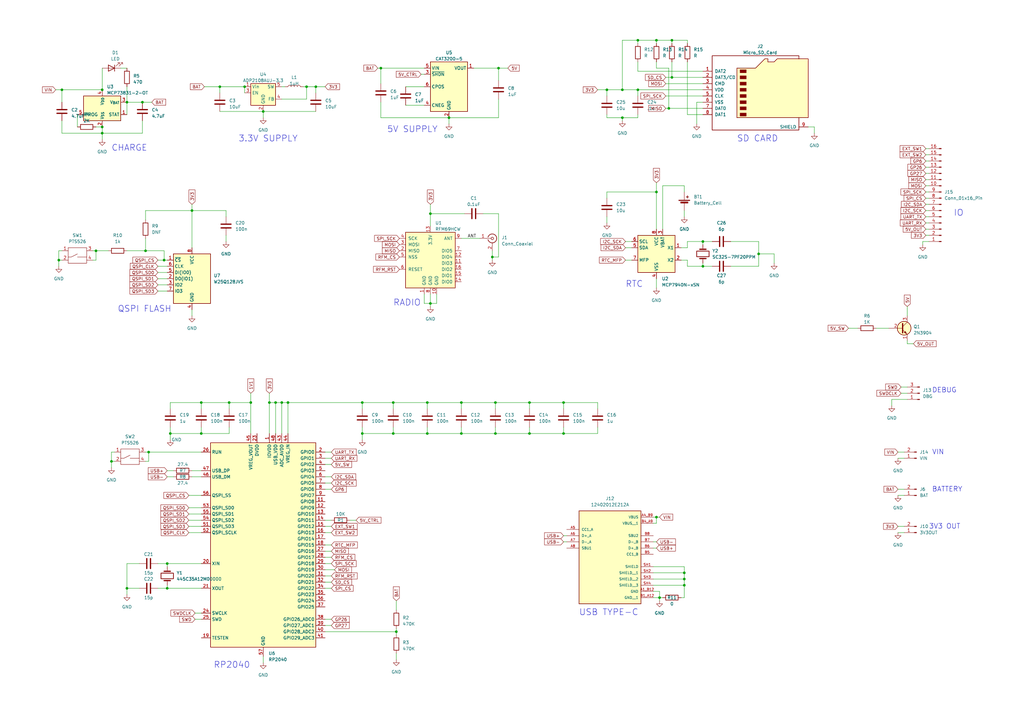
<source format=kicad_sch>
(kicad_sch (version 20231120) (generator "eeschema") (generator_version "8.0")
  (paper "A3")
  (junction (at 113.03 165.1))
  (junction (at 176.53 124.46))
  (junction (at 255.27 48.26))
  (junction (at 69.85 177.8))
  (junction (at 189.23 165.1))
  (junction (at 189.23 177.8))
  (junction (at 270.51 245.11))
  (junction (at 68.58 241.3))
  (junction (at 68.58 231.14))
  (junction (at 39.37 102.87))
  (junction (at 52.07 241.3))
  (junction (at 41.91 36.83))
  (junction (at 125.73 35.56))
  (junction (at 175.26 177.8))
  (junction (at 261.62 36.83))
  (junction (at 217.17 177.8))
  (junction (at 176.53 87.63))
  (junction (at 60.96 185.42))
  (junction (at 269.24 78.74))
  (junction (at 45.72 189.23))
  (junction (at 24.13 106.68))
  (junction (at 280.67 234.95))
  (junction (at 280.67 237.49))
  (junction (at 115.57 165.1))
  (junction (at 110.49 165.1))
  (junction (at 118.11 165.1))
  (junction (at 275.59 31.75))
  (junction (at 93.98 165.1))
  (junction (at 129.54 35.56))
  (junction (at 201.93 105.41))
  (junction (at 275.59 16.51))
  (junction (at 175.26 165.1))
  (junction (at 107.95 45.72))
  (junction (at 261.62 16.51))
  (junction (at 148.59 177.8))
  (junction (at 100.33 35.56))
  (junction (at 58.42 41.91))
  (junction (at 148.59 165.1))
  (junction (at 248.92 36.83))
  (junction (at 102.87 165.1))
  (junction (at 161.29 165.1))
  (junction (at 82.55 177.8))
  (junction (at 161.29 177.8))
  (junction (at 156.21 27.94))
  (junction (at 162.56 259.08))
  (junction (at 203.2 165.1))
  (junction (at 90.17 35.56))
  (junction (at 41.91 54.61))
  (junction (at 204.47 27.94))
  (junction (at 288.29 109.22))
  (junction (at 231.14 165.1))
  (junction (at 217.17 165.1))
  (junction (at 78.74 86.36))
  (junction (at 269.24 16.51))
  (junction (at 231.14 177.8))
  (junction (at 311.15 104.14))
  (junction (at 59.69 102.87))
  (junction (at 274.32 44.45))
  (junction (at 25.4 36.83))
  (junction (at 82.55 165.1))
  (junction (at 67.31 106.68))
  (junction (at 52.07 41.91))
  (junction (at 203.2 177.8))
  (junction (at 255.27 36.83))
  (junction (at 288.29 99.06))
  (junction (at 184.15 48.26))
  (junction (at 269.24 212.09))
  (junction (at 280.67 240.03))
  (junction (at 41.91 52.07))
  (wire (pts (xy 156.21 27.94) (xy 173.99 27.94)))
  (wire (pts (xy 93.98 177.8) (xy 82.55 177.8)))
  (wire (pts (xy 176.53 124.46) (xy 176.53 125.73)))
  (wire (pts (xy 267.97 240.03) (xy 280.67 240.03)))
  (wire (pts (xy 270.51 242.57) (xy 270.51 245.11)))
  (wire (pts (xy 248.92 78.74) (xy 269.24 78.74)))
  (wire (pts (xy 162.56 257.81) (xy 162.56 259.08)))
  (wire (pts (xy 334.01 52.07) (xy 331.47 52.07)))
  (wire (pts (xy 269.24 114.3) (xy 269.24 118.11)))
  (wire (pts (xy 201.93 105.41) (xy 201.93 106.68)))
  (wire (pts (xy 261.62 25.4) (xy 261.62 29.21)))
  (wire (pts (xy 173.99 124.46) (xy 176.53 124.46)))
  (wire (pts (xy 60.96 189.23) (xy 60.96 185.42)))
  (wire (pts (xy 52.07 41.91) (xy 58.42 41.91)))
  (wire (pts (xy 148.59 165.1) (xy 148.59 167.64)))
  (wire (pts (xy 90.17 38.1) (xy 90.17 35.56)))
  (wire (pts (xy 78.74 127) (xy 78.74 129.54)))
  (wire (pts (xy 90.17 45.72) (xy 107.95 45.72)))
  (wire (pts (xy 189.23 165.1) (xy 203.2 165.1)))
  (wire (pts (xy 273.05 39.37) (xy 288.29 39.37)))
  (wire (pts (xy 102.87 165.1) (xy 93.98 165.1)))
  (wire (pts (xy 78.74 86.36) (xy 78.74 101.6)))
  (wire (pts (xy 133.35 231.14) (xy 135.89 231.14)))
  (wire (pts (xy 267.97 232.41) (xy 280.67 232.41)))
  (wire (pts (xy 59.69 189.23) (xy 60.96 189.23)))
  (wire (pts (xy 58.42 41.91) (xy 62.23 41.91)))
  (wire (pts (xy 68.58 241.3) (xy 64.77 241.3)))
  (wire (pts (xy 125.73 35.56) (xy 129.54 35.56)))
  (wire (pts (xy 288.29 109.22) (xy 288.29 107.95)))
  (wire (pts (xy 179.07 124.46) (xy 176.53 124.46)))
  (wire (pts (xy 269.24 25.4) (xy 269.24 27.94)))
  (wire (pts (xy 69.85 177.8) (xy 69.85 175.26)))
  (wire (pts (xy 275.59 25.4) (xy 275.59 31.75)))
  (wire (pts (xy 49.53 27.94) (xy 52.07 27.94)))
  (wire (pts (xy 231.14 219.71) (xy 232.41 219.71)))
  (wire (pts (xy 92.71 96.52) (xy 92.71 99.06)))
  (wire (pts (xy 255.27 36.83) (xy 261.62 36.83)))
  (wire (pts (xy 25.4 36.83) (xy 41.91 36.83)))
  (wire (pts (xy 204.47 105.41) (xy 201.93 105.41)))
  (wire (pts (xy 172.72 30.48) (xy 173.99 30.48)))
  (wire (pts (xy 379.73 63.5) (xy 381 63.5)))
  (wire (pts (xy 93.98 175.26) (xy 93.98 177.8)))
  (wire (pts (xy 82.55 165.1) (xy 82.55 167.64)))
  (wire (pts (xy 133.35 190.5) (xy 135.89 190.5)))
  (wire (pts (xy 176.53 87.63) (xy 190.5 87.63)))
  (wire (pts (xy 378.46 100.33) (xy 378.46 99.06)))
  (wire (pts (xy 133.35 228.6) (xy 135.89 228.6)))
  (wire (pts (xy 288.29 99.06) (xy 292.1 99.06)))
  (wire (pts (xy 93.98 165.1) (xy 93.98 167.64)))
  (wire (pts (xy 372.11 161.29) (xy 369.57 161.29)))
  (wire (pts (xy 92.71 88.9) (xy 92.71 86.36)))
  (wire (pts (xy 148.59 165.1) (xy 161.29 165.1)))
  (wire (pts (xy 78.74 195.58) (xy 82.55 195.58)))
  (wire (pts (xy 334.01 54.61) (xy 334.01 52.07)))
  (wire (pts (xy 78.74 86.36) (xy 78.74 83.82)))
  (wire (pts (xy 133.35 241.3) (xy 135.89 241.3)))
  (wire (pts (xy 133.35 226.06) (xy 135.89 226.06)))
  (wire (pts (xy 25.4 41.91) (xy 25.4 36.83)))
  (wire (pts (xy 368.3 185.42) (xy 370.84 185.42)))
  (wire (pts (xy 231.14 175.26) (xy 231.14 177.8)))
  (wire (pts (xy 115.57 40.64) (xy 125.73 40.64)))
  (wire (pts (xy 110.49 161.29) (xy 110.49 165.1)))
  (wire (pts (xy 162.56 259.08) (xy 162.56 260.35)))
  (wire (pts (xy 176.53 92.71) (xy 176.53 87.63)))
  (wire (pts (xy 133.35 233.68) (xy 137.16 233.68)))
  (wire (pts (xy 161.29 175.26) (xy 161.29 177.8)))
  (wire (pts (xy 77.47 213.36) (xy 82.55 213.36)))
  (wire (pts (xy 156.21 41.91) (xy 156.21 48.26)))
  (wire (pts (xy 83.82 35.56) (xy 90.17 35.56)))
  (wire (pts (xy 231.14 165.1) (xy 245.11 165.1)))
  (wire (pts (xy 24.13 106.68) (xy 24.13 109.22)))
  (wire (pts (xy 69.85 165.1) (xy 69.85 167.64)))
  (wire (pts (xy 281.94 109.22) (xy 288.29 109.22)))
  (wire (pts (xy 280.67 237.49) (xy 280.67 234.95)))
  (wire (pts (xy 317.5 104.14) (xy 311.15 104.14)))
  (wire (pts (xy 217.17 175.26) (xy 217.17 177.8)))
  (wire (pts (xy 80.01 254) (xy 82.55 254)))
  (wire (pts (xy 64.77 111.76) (xy 68.58 111.76)))
  (wire (pts (xy 198.12 87.63) (xy 204.47 87.63)))
  (wire (pts (xy 107.95 269.24) (xy 107.95 271.78)))
  (wire (pts (xy 189.23 175.26) (xy 189.23 177.8)))
  (wire (pts (xy 184.15 48.26) (xy 204.47 48.26)))
  (wire (pts (xy 379.73 68.58) (xy 381 68.58)))
  (wire (pts (xy 248.92 36.83) (xy 255.27 36.83)))
  (wire (pts (xy 80.01 251.46) (xy 82.55 251.46)))
  (wire (pts (xy 248.92 81.28) (xy 248.92 78.74)))
  (wire (pts (xy 77.47 215.9) (xy 82.55 215.9)))
  (wire (pts (xy 68.58 240.03) (xy 68.58 241.3)))
  (wire (pts (xy 69.85 177.8) (xy 69.85 180.34)))
  (wire (pts (xy 175.26 165.1) (xy 189.23 165.1)))
  (wire (pts (xy 231.14 177.8) (xy 245.11 177.8)))
  (wire (pts (xy 68.58 195.58) (xy 71.12 195.58)))
  (wire (pts (xy 231.14 222.25) (xy 232.41 222.25)))
  (wire (pts (xy 115.57 165.1) (xy 115.57 177.8)))
  (wire (pts (xy 204.47 27.94) (xy 208.28 27.94)))
  (wire (pts (xy 102.87 161.29) (xy 102.87 165.1)))
  (wire (pts (xy 133.35 185.42) (xy 135.89 185.42)))
  (wire (pts (xy 203.2 165.1) (xy 203.2 167.64)))
  (wire (pts (xy 133.35 213.36) (xy 135.89 213.36)))
  (wire (pts (xy 189.23 165.1) (xy 189.23 167.64)))
  (wire (pts (xy 52.07 41.91) (xy 52.07 46.99)))
  (wire (pts (xy 107.95 45.72) (xy 129.54 45.72)))
  (wire (pts (xy 68.58 231.14) (xy 64.77 231.14)))
  (wire (pts (xy 368.3 187.96) (xy 370.84 187.96)))
  (wire (pts (xy 368.3 200.66) (xy 370.84 200.66)))
  (wire (pts (xy 45.72 189.23) (xy 45.72 191.77)))
  (wire (pts (xy 267.97 212.09) (xy 269.24 212.09)))
  (wire (pts (xy 41.91 54.61) (xy 41.91 57.15)))
  (wire (pts (xy 194.31 27.94) (xy 204.47 27.94)))
  (wire (pts (xy 125.73 40.64) (xy 125.73 35.56)))
  (wire (pts (xy 133.35 223.52) (xy 135.89 223.52)))
  (wire (pts (xy 59.69 185.42) (xy 60.96 185.42)))
  (wire (pts (xy 102.87 177.8) (xy 102.87 165.1)))
  (wire (pts (xy 273.05 34.29) (xy 288.29 34.29)))
  (wire (pts (xy 100.33 35.56) (xy 100.33 38.1)))
  (wire (pts (xy 274.32 44.45) (xy 288.29 44.45)))
  (wire (pts (xy 281.94 16.51) (xy 275.59 16.51)))
  (wire (pts (xy 148.59 177.8) (xy 161.29 177.8)))
  (wire (pts (xy 41.91 54.61) (xy 41.91 52.07)))
  (wire (pts (xy 285.75 41.91) (xy 285.75 50.8)))
  (wire (pts (xy 148.59 175.26) (xy 148.59 177.8)))
  (wire (pts (xy 110.49 165.1) (xy 113.03 165.1)))
  (wire (pts (xy 372.11 125.73) (xy 372.11 129.54)))
  (wire (pts (xy 203.2 177.8) (xy 217.17 177.8)))
  (wire (pts (xy 256.54 106.68) (xy 259.08 106.68)))
  (wire (pts (xy 45.72 189.23) (xy 46.99 189.23)))
  (wire (pts (xy 82.55 165.1) (xy 69.85 165.1)))
  (wire (pts (xy 270.51 246.38) (xy 270.51 245.11)))
  (wire (pts (xy 93.98 165.1) (xy 82.55 165.1)))
  (wire (pts (xy 273.05 31.75) (xy 275.59 31.75)))
  (wire (pts (xy 129.54 35.56) (xy 133.35 35.56)))
  (wire (pts (xy 133.35 215.9) (xy 135.89 215.9)))
  (wire (pts (xy 60.96 185.42) (xy 82.55 185.42)))
  (wire (pts (xy 203.2 175.26) (xy 203.2 177.8)))
  (wire (pts (xy 78.74 193.04) (xy 82.55 193.04)))
  (wire (pts (xy 82.55 175.26) (xy 82.55 177.8)))
  (wire (pts (xy 245.11 165.1) (xy 245.11 167.64)))
  (wire (pts (xy 189.23 177.8) (xy 203.2 177.8)))
  (wire (pts (xy 248.92 36.83) (xy 248.92 39.37)))
  (wire (pts (xy 280.67 76.2) (xy 271.78 76.2)))
  (wire (pts (xy 347.98 134.62) (xy 351.79 134.62)))
  (wire (pts (xy 175.26 175.26) (xy 175.26 177.8)))
  (wire (pts (xy 156.21 48.26) (xy 184.15 48.26)))
  (wire (pts (xy 365.76 166.37) (xy 365.76 163.83)))
  (wire (pts (xy 368.3 215.9) (xy 370.84 215.9)))
  (wire (pts (xy 162.56 267.97) (xy 162.56 270.51)))
  (wire (pts (xy 68.58 241.3) (xy 82.55 241.3)))
  (wire (pts (xy 38.1 106.68) (xy 39.37 106.68)))
  (wire (pts (xy 261.62 36.83) (xy 261.62 39.37)))
  (wire (pts (xy 39.37 102.87) (xy 44.45 102.87)))
  (wire (pts (xy 173.99 120.65) (xy 173.99 124.46)))
  (wire (pts (xy 269.24 16.51) (xy 261.62 16.51)))
  (wire (pts (xy 166.37 43.18) (xy 173.99 43.18)))
  (wire (pts (xy 58.42 54.61) (xy 41.91 54.61)))
  (wire (pts (xy 38.1 102.87) (xy 39.37 102.87)))
  (wire (pts (xy 248.92 88.9) (xy 248.92 91.44)))
  (wire (pts (xy 24.13 102.87) (xy 25.4 102.87)))
  (wire (pts (xy 77.47 218.44) (xy 82.55 218.44)))
  (wire (pts (xy 59.69 102.87) (xy 52.07 102.87)))
  (wire (pts (xy 45.72 185.42) (xy 46.99 185.42)))
  (wire (pts (xy 133.35 187.96) (xy 135.89 187.96)))
  (wire (pts (xy 77.47 203.2) (xy 82.55 203.2)))
  (wire (pts (xy 24.13 106.68) (xy 25.4 106.68)))
  (wire (pts (xy 175.26 165.1) (xy 175.26 167.64)))
  (wire (pts (xy 133.35 259.08) (xy 162.56 259.08)))
  (wire (pts (xy 133.35 254) (xy 135.89 254)))
  (wire (pts (xy 162.56 246.38) (xy 162.56 250.19)))
  (wire (pts (xy 255.27 48.26) (xy 261.62 48.26)))
  (wire (pts (xy 379.73 73.66) (xy 381 73.66)))
  (wire (pts (xy 68.58 232.41) (xy 68.58 231.14)))
  (wire (pts (xy 275.59 31.75) (xy 288.29 31.75)))
  (wire (pts (xy 378.46 99.06) (xy 381 99.06)))
  (wire (pts (xy 271.78 76.2) (xy 271.78 93.98)))
  (wire (pts (xy 161.29 177.8) (xy 175.26 177.8)))
  (wire (pts (xy 267.97 222.25) (xy 269.24 222.25)))
  (wire (pts (xy 281.94 99.06) (xy 288.29 99.06)))
  (wire (pts (xy 275.59 16.51) (xy 275.59 17.78)))
  (wire (pts (xy 92.71 86.36) (xy 78.74 86.36)))
  (wire (pts (xy 133.35 236.22) (xy 135.89 236.22)))
  (wire (pts (xy 231.14 165.1) (xy 231.14 167.64)))
  (wire (pts (xy 280.67 245.11) (xy 280.67 240.03)))
  (wire (pts (xy 379.73 96.52) (xy 381 96.52)))
  (wire (pts (xy 269.24 214.63) (xy 269.24 212.09)))
  (wire (pts (xy 245.11 36.83) (xy 248.92 36.83)))
  (wire (pts (xy 317.5 107.95) (xy 317.5 104.14)))
  (wire (pts (xy 280.67 78.74) (xy 280.67 76.2)))
  (wire (pts (xy 64.77 106.68) (xy 67.31 106.68)))
  (wire (pts (xy 261.62 16.51) (xy 261.62 17.78)))
  (wire (pts (xy 256.54 101.6) (xy 259.08 101.6)))
  (wire (pts (xy 124.46 35.56) (xy 125.73 35.56)))
  (wire (pts (xy 379.73 88.9) (xy 381 88.9)))
  (wire (pts (xy 39.37 106.68) (xy 39.37 102.87)))
  (wire (pts (xy 248.92 48.26) (xy 255.27 48.26)))
  (wire (pts (xy 270.51 245.11) (xy 271.78 245.11)))
  (wire (pts (xy 133.35 256.54) (xy 135.89 256.54)))
  (wire (pts (xy 267.97 214.63) (xy 269.24 214.63)))
  (wire (pts (xy 133.35 195.58) (xy 135.89 195.58)))
  (wire (pts (xy 270.51 245.11) (xy 267.97 245.11)))
  (wire (pts (xy 161.29 165.1) (xy 161.29 167.64)))
  (wire (pts (xy 273.05 44.45) (xy 274.32 44.45)))
  (wire (pts (xy 58.42 49.53) (xy 58.42 54.61)))
  (wire (pts (xy 31.75 46.99) (xy 31.75 52.07)))
  (wire (pts (xy 379.73 86.36) (xy 381 86.36)))
  (wire (pts (xy 82.55 177.8) (xy 69.85 177.8)))
  (wire (pts (xy 201.93 102.87) (xy 201.93 105.41)))
  (wire (pts (xy 115.57 35.56) (xy 116.84 35.56)))
  (wire (pts (xy 133.35 238.76) (xy 135.89 238.76)))
  (wire (pts (xy 281.94 101.6) (xy 281.94 99.06)))
  (wire (pts (xy 133.35 198.12) (xy 135.89 198.12)))
  (wire (pts (xy 379.73 66.04) (xy 381 66.04)))
  (wire (pts (xy 269.24 16.51) (xy 269.24 17.78)))
  (wire (pts (xy 255.27 16.51) (xy 255.27 36.83)))
  (wire (pts (xy 156.21 34.29) (xy 156.21 27.94)))
  (wire (pts (xy 154.94 27.94) (xy 156.21 27.94)))
  (wire (pts (xy 148.59 177.8) (xy 148.59 180.34)))
  (wire (pts (xy 204.47 27.94) (xy 204.47 33.02)))
  (wire (pts (xy 255.27 49.53) (xy 255.27 48.26)))
  (wire (pts (xy 379.73 71.12) (xy 381 71.12)))
  (wire (pts (xy 24.13 102.87) (xy 24.13 106.68)))
  (wire (pts (xy 64.77 116.84) (xy 68.58 116.84)))
  (wire (pts (xy 22.86 36.83) (xy 25.4 36.83)))
  (wire (pts (xy 261.62 36.83) (xy 288.29 36.83)))
  (wire (pts (xy 90.17 35.56) (xy 100.33 35.56)))
  (wire (pts (xy 269.24 212.09) (xy 270.51 212.09)))
  (wire (pts (xy 176.53 120.65) (xy 176.53 124.46)))
  (wire (pts (xy 203.2 165.1) (xy 217.17 165.1)))
  (wire (pts (xy 288.29 41.91) (xy 285.75 41.91)))
  (wire (pts (xy 64.77 109.22) (xy 68.58 109.22)))
  (wire (pts (xy 59.69 86.36) (xy 78.74 86.36)))
  (wire (pts (xy 279.4 106.68) (xy 281.94 106.68)))
  (wire (pts (xy 133.35 200.66) (xy 135.89 200.66)))
  (wire (pts (xy 274.32 27.94) (xy 274.32 44.45)))
  (wire (pts (xy 267.97 234.95) (xy 280.67 234.95)))
  (wire (pts (xy 204.47 87.63) (xy 204.47 105.41)))
  (wire (pts (xy 267.97 237.49) (xy 280.67 237.49)))
  (wire (pts (xy 161.29 165.1) (xy 175.26 165.1)))
  (wire (pts (xy 67.31 106.68) (xy 68.58 106.68)))
  (wire (pts (xy 179.07 120.65) (xy 179.07 124.46)))
  (wire (pts (xy 281.94 106.68) (xy 281.94 109.22)))
  (wire (pts (xy 45.72 185.42) (xy 45.72 189.23)))
  (wire (pts (xy 379.73 83.82) (xy 381 83.82)))
  (wire (pts (xy 267.97 242.57) (xy 270.51 242.57)))
  (wire (pts (xy 184.15 48.26) (xy 184.15 50.8)))
  (wire (pts (xy 118.11 165.1) (xy 148.59 165.1)))
  (wire (pts (xy 41.91 27.94) (xy 41.91 36.83)))
  (wire (pts (xy 110.49 177.8) (xy 110.49 165.1)))
  (wire (pts (xy 261.62 16.51) (xy 255.27 16.51)))
  (wire (pts (xy 372.11 158.75) (xy 369.57 158.75)))
  (wire (pts (xy 64.77 114.3) (xy 68.58 114.3)))
  (wire (pts (xy 52.07 241.3) (xy 52.07 243.84)))
  (wire (pts (xy 267.97 224.79) (xy 269.24 224.79)))
  (wire (pts (xy 118.11 165.1) (xy 118.11 177.8)))
  (wire (pts (xy 25.4 49.53) (xy 25.4 54.61)))
  (wire (pts (xy 52.07 231.14) (xy 52.07 241.3)))
  (wire (pts (xy 176.53 83.82) (xy 176.53 87.63)))
  (wire (pts (xy 52.07 241.3) (xy 57.15 241.3)))
  (wire (pts (xy 281.94 46.99) (xy 288.29 46.99)))
  (wire (pts (xy 59.69 90.17) (xy 59.69 86.36)))
  (wire (pts (xy 133.35 218.44) (xy 135.89 218.44)))
  (wire (pts (xy 59.69 102.87) (xy 67.31 102.87)))
  (wire (pts (xy 256.54 99.06) (xy 259.08 99.06)))
  (wire (pts (xy 217.17 177.8) (xy 231.14 177.8)))
  (wire (pts (xy 299.72 99.06) (xy 311.15 99.06)))
  (wire (pts (xy 281.94 17.78) (xy 281.94 16.51)))
  (wire (pts (xy 261.62 48.26) (xy 261.62 46.99)))
  (wire (pts (xy 280.67 245.11) (xy 279.4 245.11)))
  (wire (pts (xy 372.11 140.97) (xy 372.11 139.7)))
  (wire (pts (xy 248.92 46.99) (xy 248.92 48.26)))
  (wire (pts (xy 52.07 35.56) (xy 52.07 41.91)))
  (wire (pts (xy 280.67 240.03) (xy 280.67 237.49)))
  (wire (pts (xy 311.15 104.14) (xy 311.15 109.22)))
  (wire (pts (xy 217.17 165.1) (xy 217.17 167.64)))
  (wire (pts (xy 107.95 45.72) (xy 107.95 48.26)))
  (wire (pts (xy 113.03 165.1) (xy 113.03 177.8)))
  (wire (pts (xy 288.29 99.06) (xy 288.29 100.33)))
  (wire (pts (xy 368.3 218.44) (xy 370.84 218.44)))
  (wire (pts (xy 143.51 213.36) (xy 146.05 213.36)))
  (wire (pts (xy 217.17 165.1) (xy 231.14 165.1)))
  (wire (pts (xy 204.47 40.64) (xy 204.47 48.26)))
  (wire (pts (xy 189.23 97.79) (xy 196.85 97.79)))
  (wire (pts (xy 379.73 93.98) (xy 381 93.98)))
  (wire (pts (xy 368.3 203.2) (xy 370.84 203.2)))
  (wire (pts (xy 68.58 231.14) (xy 82.55 231.14)))
  (wire (pts (xy 269.24 74.93) (xy 269.24 78.74)))
  (wire (pts (xy 129.54 38.1) (xy 129.54 35.56)))
  (wire (pts (xy 288.29 109.22) (xy 292.1 109.22)))
  (wire (pts (xy 39.37 52.07) (xy 41.91 52.07)))
  (wire (pts (xy 379.73 91.44) (xy 381 91.44)))
  (wire (pts (xy 281.94 25.4) (xy 281.94 46.99)))
  (wire (pts (xy 280.67 234.95) (xy 280.67 232.41)))
  (wire (pts (xy 59.69 97.79) (xy 59.69 102.87)))
  (wire (pts (xy 25.4 54.61) (xy 41.91 54.61)))
  (wire (pts (xy 175.26 177.8) (xy 189.23 177.8)))
  (wire (pts (xy 77.47 208.28) (xy 82.55 208.28)))
  (wire (pts (xy 379.73 81.28) (xy 381 81.28)))
  (wire (pts (xy 269.24 78.74) (xy 269.24 93.98)))
  (wire (pts (xy 68.58 193.04) (xy 71.12 193.04)))
  (wire (pts (xy 115.57 165.1) (xy 118.11 165.1)))
  (wire (pts (xy 166.37 35.56) (xy 173.99 35.56)))
  (wire (pts (xy 379.73 60.96) (xy 381 60.96)))
  (wire (pts (xy 311.15 99.06) (xy 311.15 104.14)))
  (wire (pts (xy 379.73 76.2) (xy 381 76.2)))
  (wire (pts (xy 275.59 16.51) (xy 269.24 16.51)))
  (wire (pts (xy 64.77 119.38) (xy 68.58 119.38)))
  (wire (pts (xy 311.15 109.22) (xy 299.72 109.22)))
  (wire (pts (xy 113.03 165.1) (xy 115.57 165.1)))
  (wire (pts (xy 57.15 231.14) (xy 52.07 231.14)))
  (wire (pts (xy 365.76 163.83) (xy 372.11 163.83)))
  (wire (pts (xy 280.67 86.36) (xy 280.67 88.9)))
  (wire (pts (xy 279.4 101.6) (xy 281.94 101.6)))
  (wire (pts (xy 77.47 210.82) (xy 82.55 210.82)))
  (wire (pts (xy 245.11 177.8) (xy 245.11 175.26)))
  (wire (pts (xy 261.62 29.21) (xy 288.29 29.21)))
  (wire (pts (xy 379.73 78.74) (xy 381 78.74)))
  (wire (pts (xy 374.65 140.97) (xy 372.11 140.97)))
  (wire (pts (xy 359.41 134.62) (xy 364.49 134.62)))
  (wire (pts (xy 67.31 102.87) (xy 67.31 106.68)))
  (wire (pts (xy 269.24 27.94) (xy 274.32 27.94)))
  (text "RTC" (at 256.54 118.11 0) (effects (font (size 2.54 2.54)) (justify left bottom)))
  (text "DEBUG" (at 382.27 161.29 0) (effects (font (size 2 2)) (justify left bottom)))
  (text "3V3 OUT" (at 381 217.17 0) (effects (font (size 2 2)) (justify left bottom)))
  (text "USB TYPE-C" (at 237.49 252.73 0) (effects (font (size 2.54 2.54)) (justify left bottom)))
  (text "IO" (at 391.16 88.9 0) (effects (font (size 2.54 2.54)) (justify left bottom)))
  (text "3.3V SUPPLY" (at 97.79 58.42 0) (effects (font (size 2.5 2.5)) (justify left bottom)))
  (text "SD CARD" (at 302.26 58.42 0) (effects (font (size 2.54 2.54)) (justify left bottom)))
  (text "RADIO" (at 161.29 125.73 0) (effects (font (size 2.54 2.54)) (justify left bottom)))
  (text "RP2040" (at 87.63 274.32 0) (effects (font (size 2.54 2.54)) (justify left bottom)))
  (text "CHARGE" (at 45.72 62.23 0) (effects (font (size 2.5 2.5)) (justify left bottom)))
  (text "BATTERY" (at 382.27 201.93 0) (effects (font (size 2 2)) (justify left bottom)))
  (text "QSPI FLASH" (at 48.26 128.27 0) (effects (font (size 2.5 2.5)) (justify left bottom)))
  (text "VIN" (at 382.27 186.69 0) (effects (font (size 2 2)) (justify left bottom)))
  (text "5V SUPPLY" (at 158.75 54.61 0) (effects (font (size 2.5 2.5)) (justify left bottom)))
  (label "ANT" (at 191.77 97.79 0))
  (global_label "SPI_CS" (shape input) (at 135.89 241.3 0) (property "Intersheetrefs" "${INTERSHEET_REFS}" (effects (hide yes))))
  (global_label "USB-" (shape input) (at 231.14 222.25 180) (property "Intersheetrefs" "${INTERSHEET_REFS}" (effects (hide yes))))
  (global_label "I2C_SDA" (shape input) (at 256.54 101.6 180) (property "Intersheetrefs" "${INTERSHEET_REFS}" (effects (hide yes))))
  (global_label "MISO" (shape input) (at 379.73 73.66 180) (property "Intersheetrefs" "${INTERSHEET_REFS}" (effects (hide yes))))
  (global_label "I2C_SCK" (shape input) (at 379.73 86.36 180) (property "Intersheetrefs" "${INTERSHEET_REFS}" (effects (hide yes))))
  (global_label "QSPI_SD3" (shape input) (at 64.77 119.38 180) (property "Intersheetrefs" "${INTERSHEET_REFS}" (effects (hide yes))))
  (global_label "GP27" (shape input) (at 379.73 71.12 180) (property "Intersheetrefs" "${INTERSHEET_REFS}" (effects (hide yes))))
  (global_label "I2C_SCK" (shape input) (at 256.54 99.06 180) (property "Intersheetrefs" "${INTERSHEET_REFS}" (effects (hide yes))))
  (global_label "RFM_CS" (shape input) (at 163.83 105.41 180) (property "Intersheetrefs" "${INTERSHEET_REFS}" (effects (hide yes))))
  (global_label "SPI_SCK" (shape input) (at 163.83 97.79 180) (property "Intersheetrefs" "${INTERSHEET_REFS}" (effects (hide yes))))
  (global_label "RTC_MFP" (shape input) (at 256.54 106.68 180) (property "Intersheetrefs" "${INTERSHEET_REFS}" (effects (hide yes))))
  (global_label "RFM_RST" (shape input) (at 135.89 236.22 0) (property "Intersheetrefs" "${INTERSHEET_REFS}" (effects (hide yes))))
  (global_label "USB+" (shape input) (at 68.58 193.04 180) (property "Intersheetrefs" "${INTERSHEET_REFS}" (effects (hide yes))))
  (global_label "EXT_SW1" (shape input) (at 379.73 60.96 180) (property "Intersheetrefs" "${INTERSHEET_REFS}" (effects (hide yes))))
  (global_label "QSPI_SD0" (shape input) (at 64.77 111.76 180) (property "Intersheetrefs" "${INTERSHEET_REFS}" (effects (hide yes))))
  (global_label "VIN" (shape input) (at 368.3 185.42 180) (property "Intersheetrefs" "${INTERSHEET_REFS}" (effects (hide yes))))
  (global_label "SPI_SCK" (shape input) (at 135.89 231.14 0) (property "Intersheetrefs" "${INTERSHEET_REFS}" (effects (hide yes))))
  (global_label "SWD" (shape input) (at 80.01 254 180) (property "Intersheetrefs" "${INTERSHEET_REFS}" (effects (hide yes))))
  (global_label "5V_OUT" (shape input) (at 374.65 140.97 0) (property "Intersheetrefs" "${INTERSHEET_REFS}" (effects (hide yes))))
  (global_label "BAT" (shape input) (at 162.56 246.38 90) (property "Intersheetrefs" "${INTERSHEET_REFS}" (effects (hide yes))))
  (global_label "GP27" (shape input) (at 135.89 256.54 0) (property "Intersheetrefs" "${INTERSHEET_REFS}" (effects (hide yes))))
  (global_label "EXT_SW2" (shape input) (at 135.89 218.44 0) (property "Intersheetrefs" "${INTERSHEET_REFS}" (effects (hide yes))))
  (global_label "UART_RX" (shape input) (at 135.89 187.96 0) (property "Intersheetrefs" "${INTERSHEET_REFS}" (effects (hide yes))))
  (global_label "3V3" (shape input) (at 110.49 161.29 90) (property "Intersheetrefs" "${INTERSHEET_REFS}" (effects (hide yes))))
  (global_label "5V" (shape input) (at 372.11 125.73 90) (property "Intersheetrefs" "${INTERSHEET_REFS}" (effects (hide yes))))
  (global_label "BAT" (shape input) (at 154.94 27.94 180) (property "Intersheetrefs" "${INTERSHEET_REFS}" (effects (hide yes))))
  (global_label "QSPI_CS" (shape input) (at 64.77 106.68 180) (property "Intersheetrefs" "${INTERSHEET_REFS}" (effects (hide yes))))
  (global_label "QSPI_SD3" (shape input) (at 77.47 215.9 180) (property "Intersheetrefs" "${INTERSHEET_REFS}" (effects (hide yes))))
  (global_label "VIN" (shape input) (at 22.86 36.83 180) (property "Intersheetrefs" "${INTERSHEET_REFS}" (effects (hide yes))))
  (global_label "5V_SW" (shape input) (at 135.89 190.5 0) (property "Intersheetrefs" "${INTERSHEET_REFS}" (effects (hide yes))))
  (global_label "5V_OUT" (shape input) (at 379.73 93.98 180) (property "Intersheetrefs" "${INTERSHEET_REFS}" (effects (hide yes))))
  (global_label "SD_CS" (shape input) (at 135.89 238.76 0) (property "Intersheetrefs" "${INTERSHEET_REFS}" (effects (hide yes))))
  (global_label "QSPI_SD0" (shape input) (at 77.47 208.28 180) (property "Intersheetrefs" "${INTERSHEET_REFS}" (effects (hide yes))))
  (global_label "5V_SW" (shape input) (at 347.98 134.62 180) (property "Intersheetrefs" "${INTERSHEET_REFS}" (effects (hide yes))))
  (global_label "5V_CTRL" (shape input) (at 172.72 30.48 180) (property "Intersheetrefs" "${INTERSHEET_REFS}" (effects (hide yes))))
  (global_label "SWD" (shape input) (at 369.57 158.75 180) (property "Intersheetrefs" "${INTERSHEET_REFS}" (effects (hide yes))))
  (global_label "QSPI_CLK" (shape input) (at 64.77 109.22 180) (property "Intersheetrefs" "${INTERSHEET_REFS}" (effects (hide yes))))
  (global_label "1V1" (shape input) (at 102.87 161.29 90) (property "Intersheetrefs" "${INTERSHEET_REFS}" (effects (hide yes))))
  (global_label "MOSI" (shape input) (at 379.73 76.2 180) (property "Intersheetrefs" "${INTERSHEET_REFS}" (effects (hide yes))))
  (global_label "USB-" (shape input) (at 68.58 195.58 180) (property "Intersheetrefs" "${INTERSHEET_REFS}" (effects (hide yes))))
  (global_label "BAT" (shape input) (at 368.3 200.66 180) (property "Intersheetrefs" "${INTERSHEET_REFS}" (effects (hide yes))))
  (global_label "I2C_SCK" (shape input) (at 135.89 198.12 0) (property "Intersheetrefs" "${INTERSHEET_REFS}" (effects (hide yes))))
  (global_label "GP26" (shape input) (at 379.73 68.58 180) (property "Intersheetrefs" "${INTERSHEET_REFS}" (effects (hide yes))))
  (global_label "UART_TX" (shape input) (at 379.73 88.9 180) (property "Intersheetrefs" "${INTERSHEET_REFS}" (effects (hide yes))))
  (global_label "5V" (shape input) (at 208.28 27.94 0) (property "Intersheetrefs" "${INTERSHEET_REFS}" (effects (hide yes))))
  (global_label "GP6" (shape input) (at 379.73 66.04 180) (property "Intersheetrefs" "${INTERSHEET_REFS}" (effects (hide yes))))
  (global_label "SPI_CS" (shape input) (at 379.73 81.28 180) (property "Intersheetrefs" "${INTERSHEET_REFS}" (effects (hide yes))))
  (global_label "MISO" (shape input) (at 163.83 102.87 180) (property "Intersheetrefs" "${INTERSHEET_REFS}" (effects (hide yes))))
  (global_label "EXT_SW2" (shape input) (at 379.73 63.5 180) (property "Intersheetrefs" "${INTERSHEET_REFS}" (effects (hide yes))))
  (global_label "BAT" (shape input) (at 83.82 35.56 180) (property "Intersheetrefs" "${INTERSHEET_REFS}" (effects (hide yes))))
  (global_label "QSPI_CS" (shape input) (at 77.47 203.2 180) (property "Intersheetrefs" "${INTERSHEET_REFS}" (effects (hide yes))))
  (global_label "BAT" (shape input) (at 62.23 41.91 0) (property "Intersheetrefs" "${INTERSHEET_REFS}" (effects (hide yes))))
  (global_label "QSPI_SD1" (shape input) (at 64.77 114.3 180) (property "Intersheetrefs" "${INTERSHEET_REFS}" (effects (hide yes))))
  (global_label "MOSI" (shape input) (at 163.83 100.33 180) (property "Intersheetrefs" "${INTERSHEET_REFS}" (effects (hide yes))))
  (global_label "5V_CTRL" (shape input) (at 146.05 213.36 0) (property "Intersheetrefs" "${INTERSHEET_REFS}" (effects (hide yes))))
  (global_label "USB+" (shape input) (at 269.24 224.79 0) (property "Intersheetrefs" "${INTERSHEET_REFS}" (effects (hide yes))))
  (global_label "QSPI_SD2" (shape input) (at 64.77 116.84 180) (property "Intersheetrefs" "${INTERSHEET_REFS}" (effects (hide yes))))
  (global_label "SWDCLK" (shape input) (at 80.01 251.46 180) (property "Intersheetrefs" "${INTERSHEET_REFS}" (effects (hide yes))))
  (global_label "3V3" (shape input) (at 78.74 83.82 90) (property "Intersheetrefs" "${INTERSHEET_REFS}" (effects (hide yes))))
  (global_label "GP26" (shape input) (at 135.89 254 0) (property "Intersheetrefs" "${INTERSHEET_REFS}" (effects (hide yes))))
  (global_label "RFM_CS" (shape input) (at 135.89 228.6 0) (property "Intersheetrefs" "${INTERSHEET_REFS}" (effects (hide yes))))
  (global_label "3V3" (shape input) (at 379.73 96.52 180) (property "Intersheetrefs" "${INTERSHEET_REFS}" (effects (hide yes))))
  (global_label "SD_CS" (shape input) (at 273.05 31.75 180) (property "Intersheetrefs" "${INTERSHEET_REFS}" (effects (hide yes))))
  (global_label "QSPI_SD1" (shape input) (at 77.47 210.82 180) (property "Intersheetrefs" "${INTERSHEET_REFS}" (effects (hide yes))))
  (global_label "3V3" (shape input) (at 176.53 83.82 90) (property "Intersheetrefs" "${INTERSHEET_REFS}" (effects (hide yes))))
  (global_label "EXT_SW1" (shape input) (at 135.89 215.9 0) (property "Intersheetrefs" "${INTERSHEET_REFS}" (effects (hide yes))))
  (global_label "USB+" (shape input) (at 231.14 219.71 180) (property "Intersheetrefs" "${INTERSHEET_REFS}" (effects (hide yes))))
  (global_label "VIN" (shape input) (at 270.51 212.09 0) (property "Intersheetrefs" "${INTERSHEET_REFS}" (effects (hide yes))))
  (global_label "I2C_SDA" (shape input) (at 379.73 83.82 180) (property "Intersheetrefs" "${INTERSHEET_REFS}" (effects (hide yes))))
  (global_label "MISO" (shape input) (at 135.89 226.06 0) (property "Intersheetrefs" "${INTERSHEET_REFS}" (effects (hide yes))))
  (global_label "QSPI_SD2" (shape input) (at 77.47 213.36 180) (property "Intersheetrefs" "${INTERSHEET_REFS}" (effects (hide yes))))
  (global_label "SPI_SCK" (shape input) (at 273.05 39.37 180) (property "Intersheetrefs" "${INTERSHEET_REFS}" (effects (hide yes))))
  (global_label "3V3" (shape input) (at 245.11 36.83 180) (property "Intersheetrefs" "${INTERSHEET_REFS}" (effects (hide yes))))
  (global_label "3V3" (shape input) (at 368.3 215.9 180) (property "Intersheetrefs" "${INTERSHEET_REFS}" (effects (hide yes))))
  (global_label "MOSI" (shape input) (at 273.05 34.29 180) (property "Intersheetrefs" "${INTERSHEET_REFS}" (effects (hide yes))))
  (global_label "SWDCLK" (shape input) (at 369.57 161.29 180) (property "Intersheetrefs" "${INTERSHEET_REFS}" (effects (hide yes))))
  (global_label "UART_TX" (shape input) (at 135.89 185.42 0) (property "Intersheetrefs" "${INTERSHEET_REFS}" (effects (hide yes))))
  (global_label "QSPI_CLK" (shape input) (at 77.47 218.44 180) (property "Intersheetrefs" "${INTERSHEET_REFS}" (effects (hide yes))))
  (global_label "MOSI" (shape input) (at 137.16 233.68 0) (property "Intersheetrefs" "${INTERSHEET_REFS}" (effects (hide yes))))
  (global_label "UART_RX" (shape input) (at 379.73 91.44 180) (property "Intersheetrefs" "${INTERSHEET_REFS}" (effects (hide yes))))
  (global_label "MISO" (shape input) (at 273.05 44.45 180) (property "Intersheetrefs" "${INTERSHEET_REFS}" (effects (hide yes))))
  (global_label "3V3" (shape input) (at 133.35 35.56 0) (property "Intersheetrefs" "${INTERSHEET_REFS}" (effects (hide yes))))
  (global_label "GP6" (shape input) (at 135.89 200.66 0) (property "Intersheetrefs" "${INTERSHEET_REFS}" (effects (hide yes))))
  (global_label "RTC_MFP" (shape input) (at 135.89 223.52 0) (property "Intersheetrefs" "${INTERSHEET_REFS}" (effects (hide yes))))
  (global_label "3V3" (shape input) (at 269.24 74.93 90) (property "Intersheetrefs" "${INTERSHEET_REFS}" (effects (hide yes))))
  (global_label "RFM_RST" (shape input) (at 163.83 110.49 180) (property "Intersheetrefs" "${INTERSHEET_REFS}" (effects (hide yes))))
  (global_label "SPI_SCK" (shape input) (at 379.73 78.74 180) (property "Intersheetrefs" "${INTERSHEET_REFS}" (effects (hide yes))))
  (global_label "I2C_SDA" (shape input) (at 135.89 195.58 0) (property "Intersheetrefs" "${INTERSHEET_REFS}" (effects (hide yes))))
  (global_label "USB-" (shape input) (at 269.24 222.25 0) (property "Intersheetrefs" "${INTERSHEET_REFS}" (effects (hide yes))))
  (symbol (lib_id "power:GND") (at 148.59 180.34 0) (unit 1)
    (property "Reference" "#PWR020" (effects (hide yes)))
    (property "Value" "GND" (at 148.59 185.42 0))
  )
  (symbol (lib_id "Device:C") (at 93.98 171.45 0) (unit 1)
    (property "Reference" "C17" (at 97.79 170.18 0) (effects (justify left)))
    (property "Value" "100n" (at 97.79 172.72 0) (effects (justify left)))
    (property "Footprint" "Capacitor_SMD:C_0402_1005Metric_Pad0.74x0.62mm_HandSolder" (effects (hide yes)))
  )
  (symbol (lib_id "Device:R") (at 52.07 31.75 0) (unit 1)
    (property "Reference" "R5" (at 54.61 31.115 0) (effects (justify left)))
    (property "Value" "470" (at 54.61 33.655 0) (effects (justify left)))
    (property "Footprint" "Resistor_SMD:R_0805_2012Metric_Pad1.20x1.40mm_HandSolder" (effects (hide yes)))
  )
  (symbol (lib_id "custom:PTS526") (at 31.75 105.41 0) (unit 1)
    (property "Reference" "SW1" (at 31.75 96.52 0))
    (property "Value" "PTS526" (at 31.75 99.06 0))
    (property "Footprint" "custom:PTS526" (effects (hide yes)))
  )
  (symbol (lib_id "Device:R") (at 139.7 213.36 90) (unit 1)
    (property "Reference" "R1" (at 139.7 213.36 90))
    (property "Value" "10K" (at 139.7 210.82 90))
    (property "Footprint" "Resistor_SMD:R_0805_2012Metric_Pad1.20x1.40mm_HandSolder" (effects (hide yes)))
  )
  (symbol (lib_id "Device:Crystal") (at 288.29 104.14 270) (unit 1)
    (property "Reference" "Y2" (at 292.1 102.87 90) (effects (justify left)))
    (property "Value" "SC32S-7PF20PPM" (at 292.1 105.41 90) (effects (justify left)))
    (property "Footprint" "custom:SC-32S" (effects (hide yes)))
  )
  (symbol (lib_id "power:GND") (at 334.01 54.61 0) (unit 1)
    (property "Reference" "#PWR029" (effects (hide yes)))
    (property "Value" "GND" (at 334.01 59.69 0))
  )
  (symbol (lib_id "power:GND") (at 269.24 118.11 0) (unit 1)
    (property "Reference" "#PWR04" (effects (hide yes)))
    (property "Value" "GND" (at 269.24 123.19 0))
  )
  (symbol (lib_id "Connector:Conn_01x02_Pin") (at 375.92 187.96 180) (unit 1)
    (property "Reference" "J14" (at 377.19 185.42 0) (effects (justify right)))
    (property "Value" "VIN" (at 377.19 187.96 0) (effects (justify right)))
    (property "Footprint" "Connector_PinHeader_2.54mm:PinHeader_1x02_P2.54mm_Vertical" (effects (hide yes)))
  )
  (symbol (lib_id "Connector:Conn_Coaxial") (at 201.93 97.79 0) (unit 1)
    (property "Reference" "J1" (at 205.74 97.4482 0) (effects (justify left)))
    (property "Value" "Conn_Coaxial" (at 205.74 99.9882 0) (effects (justify left)))
    (property "Footprint" "Connector_Coaxial:SMA_Samtec_SMA-J-P-X-ST-EM1_EdgeMount" (effects (hide yes)))
    (property "Datasheet" " ~" (effects (hide yes)))
  )
  (symbol (lib_id "Device:C") (at 60.96 231.14 90) (unit 1)
    (property "Reference" "C21" (at 60.96 227.33 90))
    (property "Value" "15p" (at 60.96 234.95 90))
    (property "Footprint" "Capacitor_SMD:C_0402_1005Metric_Pad0.74x0.62mm_HandSolder" (effects (hide yes)))
  )
  (symbol (lib_id "Device:R") (at 59.69 93.98 0) (unit 1)
    (property "Reference" "R9" (at 62.23 92.71 0) (effects (justify left)))
    (property "Value" "DNF" (at 62.23 95.25 0) (effects (justify left)))
    (property "Footprint" "Resistor_SMD:R_0805_2012Metric_Pad1.20x1.40mm_HandSolder" (effects (hide yes)))
  )
  (symbol (lib_id "Regulator_SwitchedCapacitor:CAT3200-5") (at 184.15 35.56 0) (unit 1)
    (property "Reference" "U5" (at 184.15 21.59 0))
    (property "Value" "CAT3200-5" (at 184.15 24.13 0))
    (property "Footprint" "Package_TO_SOT_SMD:SOT-23-6" (effects (hide yes)))
    (property "Datasheet" "https://www.onsemi.com/pdf/datasheet/cat3200-d.pdf" (effects (hide yes)))
  )
  (symbol (lib_id "Device:R") (at 74.93 193.04 90) (unit 1)
    (property "Reference" "R7" (at 74.93 193.04 90))
    (property "Value" "27.4" (at 74.93 190.5 90))
    (property "Footprint" "Resistor_SMD:R_0805_2012Metric_Pad1.20x1.40mm_HandSolder" (effects (hide yes)))
  )
  (symbol (lib_id "Device:C") (at 129.54 41.91 0) (unit 1)
    (property "Reference" "C5" (at 133.35 41.275 0) (effects (justify left)))
    (property "Value" "10uF" (at 133.35 43.815 0) (effects (justify left)))
    (property "Footprint" "Capacitor_SMD:C_0805_2012Metric_Pad1.18x1.45mm_HandSolder" (effects (hide yes)))
  )
  (symbol (lib_id "Device:C") (at 204.47 36.83 0) (unit 1)
    (property "Reference" "C8" (at 208.28 36.195 0) (effects (justify left)))
    (property "Value" "1uF" (at 208.28 38.735 0) (effects (justify left)))
    (property "Footprint" "Capacitor_SMD:C_0805_2012Metric_Pad1.18x1.45mm_HandSolder" (effects (hide yes)))
  )
  (symbol (lib_id "Timer_RTC:MCP7940N-xSN") (at 269.24 104.14 0) (unit 1)
    (property "Reference" "U2" (at 271.4341 114.3 0) (effects (justify left)))
    (property "Value" "MCP7940N-xSN" (at 271.4341 116.84 0) (effects (justify left)))
    (property "Footprint" "Package_SO:SOIC-8_3.9x4.9mm_P1.27mm" (effects (hide yes)))
    (property "Datasheet" "http://ww1.microchip.com/downloads/en/DeviceDoc/20005010F.pdf" (effects (hide yes)))
  )
  (symbol (lib_id "power:GND") (at 78.74 129.54 0) (unit 1)
    (property "Reference" "#PWR024" (effects (hide yes)))
    (property "Value" "GND" (at 78.74 134.62 0))
  )
  (symbol (lib_id "Device:R") (at 74.93 195.58 90) (unit 1)
    (property "Reference" "R8" (at 74.93 195.58 90))
    (property "Value" "27.4" (at 74.93 198.12 90))
    (property "Footprint" "Resistor_SMD:R_0805_2012Metric_Pad1.20x1.40mm_HandSolder" (effects (hide yes)))
  )
  (symbol (lib_id "power:GND") (at 92.71 99.06 0) (unit 1)
    (property "Reference" "#PWR022" (effects (hide yes)))
    (property "Value" "GND" (at 92.71 104.14 0))
  )
  (symbol (lib_id "Device:R") (at 355.6 134.62 90) (unit 1)
    (property "Reference" "R6" (at 355.6 129.54 90))
    (property "Value" "1K" (at 355.6 132.08 90))
    (property "Footprint" "Resistor_SMD:R_0805_2012Metric_Pad1.20x1.40mm_HandSolder" (effects (hide yes)))
  )
  (symbol (lib_id "power:GND") (at 365.76 166.37 0) (unit 1)
    (property "Reference" "#PWR027" (effects (hide yes)))
    (property "Value" "GND" (at 365.76 171.45 0))
  )
  (symbol (lib_id "Connector:Micro_SD_Card") (at 311.15 36.83 0) (unit 1)
    (property "Reference" "J2" (at 311.785 19.05 0))
    (property "Value" "Micro_SD_Card" (at 311.785 21.59 0))
    (property "Footprint" "Connector_Card:microSD_HC_Molex_104031-0811" (effects (hide yes)))
    (property "Datasheet" "http://katalog.we-online.de/em/datasheet/693072010801.pdf" (effects (hide yes)))
  )
  (symbol (lib_id "Device:R") (at 162.56 254 0) (unit 1)
    (property "Reference" "R2" (at 165.1 253.365 0) (effects (justify left)))
    (property "Value" "470K" (at 165.1 255.905 0) (effects (justify left)))
    (property "Footprint" "Resistor_SMD:R_0805_2012Metric_Pad1.20x1.40mm_HandSolder" (effects (hide yes)))
  )
  (symbol (lib_id "power:GND") (at 285.75 50.8 0) (unit 1)
    (property "Reference" "#PWR07" (effects (hide yes)))
    (property "Value" "GND" (at 285.75 55.88 0))
  )
  (symbol (lib_id "Device:C") (at 295.91 109.22 90) (unit 1)
    (property "Reference" "C27" (at 295.91 113.03 90))
    (property "Value" "6p" (at 295.91 115.57 90))
    (property "Footprint" "Capacitor_SMD:C_0603_1608Metric_Pad1.08x0.95mm_HandSolder" (effects (hide yes)))
  )
  (symbol (lib_id "Device:L") (at 120.65 35.56 90) (unit 1)
    (property "Reference" "L1" (at 120.65 31.75 90))
    (property "Value" "1uH" (at 120.65 34.29 90))
    (property "Footprint" "Inductor_SMD:L_1008_2520Metric_Pad1.43x2.20mm_HandSolder" (effects (hide yes)))
  )
  (symbol (lib_id "Device:C") (at 60.96 241.3 90) (unit 1)
    (property "Reference" "C22" (at 60.96 237.49 90))
    (property "Value" "15p" (at 60.96 245.11 90))
    (property "Footprint" "Capacitor_SMD:C_0402_1005Metric_Pad0.74x0.62mm_HandSolder" (effects (hide yes)))
  )
  (symbol (lib_id "power:GND") (at 45.72 191.77 0) (unit 1)
    (property "Reference" "#PWR030" (effects (hide yes)))
    (property "Value" "GND" (at 45.72 196.85 0))
  )
  (symbol (lib_id "power:GND") (at 368.3 187.96 0) (unit 1)
    (property "Reference" "#PWR01" (effects (hide yes)))
    (property "Value" "GND" (at 368.3 193.04 0))
  )
  (symbol (lib_id "custom:12402012E212A") (at 250.19 222.25 0) (unit 1)
    (property "Reference" "J12" (at 250.19 204.47 0))
    (property "Value" "12402012E212A" (at 250.19 207.01 0))
    (property "Footprint" "custom:AMPHENOL_12402012E212A" (effects (hide yes)))
    (property "PARTREV" "4" (effects (hide yes)))
    (property "STANDARD" "Manufacturer Recommendations" (effects (hide yes)))
    (property "MAXIMUM_PACKAGE_HEIGHT" "3.26 mm" (effects (hide yes)))
    (property "MANUFACTURER" "Amphenol" (effects (hide yes)))
  )
  (symbol (lib_id "Device:C") (at 194.31 87.63 90) (unit 1)
    (property "Reference" "C1" (at 194.31 81.28 90))
    (property "Value" "0.1uF" (at 194.31 83.82 90))
    (property "Footprint" "Capacitor_SMD:C_0402_1005Metric" (effects (hide yes)))
  )
  (symbol (lib_id "Connector:Conn_01x02_Pin") (at 375.92 218.44 180) (unit 1)
    (property "Reference" "J10" (at 377.19 215.9 0) (effects (justify right)))
    (property "Value" "3V3OUT" (at 377.19 218.44 0) (effects (justify right)))
    (property "Footprint" "Connector_PinHeader_2.54mm:PinHeader_1x02_P2.54mm_Vertical" (effects (hide yes)))
  )
  (symbol (lib_id "power:GND") (at 255.27 49.53 0) (unit 1)
    (property "Reference" "#PWR031" (effects (hide yes)))
    (property "Value" "GND" (at 255.27 54.61 0))
  )
  (symbol (lib_id "Memory_Flash:W25Q128JVS") (at 78.74 114.3 0) (unit 1)
    (property "Reference" "U7" (at 87.63 113.03 0) (effects (justify left)))
    (property "Value" "W25Q128JVS" (at 87.63 115.57 0) (effects (justify left)))
    (property "Footprint" "Package_SO:SOIC-8_5.23x5.23mm_P1.27mm" (effects (hide yes)))
    (property "Datasheet" "http://www.winbond.com/resource-files/w25q128jv_dtr%20revc%2003272018%20plus.pdf" (effects (hide yes)))
  )
  (symbol (lib_id "Connector:Conn_01x16_Pin") (at 386.08 81.28 180) (unit 1)
    (property "Reference" "J15" (at 387.35 78.74 0) (effects (justify right)))
    (property "Value" "Conn_01x16_Pin" (at 387.35 81.28 0) (effects (justify right)))
    (property "Footprint" "Connector_PinHeader_2.54mm:PinHeader_1x16_P2.54mm_Vertical" (effects (hide yes)))
  )
  (symbol (lib_id "Device:C") (at 295.91 99.06 90) (unit 1)
    (property "Reference" "C26" (at 295.91 91.44 90))
    (property "Value" "6p" (at 295.91 93.98 90))
    (property "Footprint" "Capacitor_SMD:C_0603_1608Metric_Pad1.08x0.95mm_HandSolder" (effects (hide yes)))
  )
  (symbol (lib_id "Device:C") (at 166.37 39.37 0) (unit 1)
    (property "Reference" "C7" (at 170.18 38.735 0) (effects (justify left)))
    (property "Value" "1uF" (at 170.18 41.275 0) (effects (justify left)))
    (property "Footprint" "Capacitor_SMD:C_0805_2012Metric_Pad1.18x1.45mm_HandSolder" (effects (hide yes)))
  )
  (symbol (lib_id "Device:C") (at 245.11 171.45 0) (unit 1)
    (property "Reference" "C16" (at 248.92 170.18 0) (effects (justify left)))
    (property "Value" "1u" (at 248.92 172.72 0) (effects (justify left)))
    (property "Footprint" "Capacitor_SMD:C_0805_2012Metric_Pad1.18x1.45mm_HandSolder" (effects (hide yes)))
  )
  (symbol (lib_id "Device:C") (at 217.17 171.45 0) (unit 1)
    (property "Reference" "C14" (at 220.98 170.18 0) (effects (justify left)))
    (property "Value" "100n" (at 220.98 172.72 0) (effects (justify left)))
    (property "Footprint" "Capacitor_SMD:C_0402_1005Metric_Pad0.74x0.62mm_HandSolder" (effects (hide yes)))
  )
  (symbol (lib_id "Device:C") (at 156.21 38.1 0) (unit 1)
    (property "Reference" "C6" (at 160.02 37.465 0) (effects (justify left)))
    (property "Value" "1uF" (at 160.02 40.005 0) (effects (justify left)))
    (property "Footprint" "Capacitor_SMD:C_0805_2012Metric_Pad1.18x1.45mm_HandSolder" (effects (hide yes)))
  )
  (symbol (lib_id "power:GND") (at 162.56 270.51 0) (unit 1)
    (property "Reference" "#PWR06" (effects (hide yes)))
    (property "Value" "GND" (at 162.56 275.59 0))
  )
  (symbol (lib_id "RF_Module:RFM69HCW") (at 176.53 105.41 0) (unit 1)
    (property "Reference" "U1" (at 178.4859 91.44 0) (effects (justify left)))
    (property "Value" "RFM69HCW" (at 178.4859 93.98 0) (effects (justify left)))
    (property "Footprint" "RF_Module:HOPERF_RFM9XW_SMD" (effects (hide yes)))
    (property "Datasheet" "https://www.hoperf.com/data/upload/portal/20181127/5bfcb8284d838.pdf" (effects (hide yes)))
  )
  (symbol (lib_id "Device:C") (at 92.71 92.71 0) (unit 1)
    (property "Reference" "C20" (at 96.52 91.44 0) (effects (justify left)))
    (property "Value" "100n" (at 96.52 93.98 0) (effects (justify left)))
    (property "Footprint" "Capacitor_SMD:C_0402_1005Metric_Pad0.74x0.62mm_HandSolder" (effects (hide yes)))
  )
  (symbol (lib_id "power:GND") (at 69.85 180.34 0) (unit 1)
    (property "Reference" "#PWR021" (effects (hide yes)))
    (property "Value" "GND" (at 72.39 180.34 0))
  )
  (symbol (lib_id "Battery_Management:MCP73831-2-OT") (at 41.91 44.45 0) (unit 1)
    (property "Reference" "U3" (at 43.8659 35.56 0) (effects (justify left)))
    (property "Value" "MCP73831-2-OT" (at 43.8659 38.1 0) (effects (justify left)))
    (property "Footprint" "Package_TO_SOT_SMD:SOT-23-5" (effects (hide yes)))
    (property "Datasheet" "http://ww1.microchip.com/downloads/en/DeviceDoc/20001984g.pdf" (effects (hide yes)))
  )
  (symbol (lib_id "power:GND") (at 107.95 271.78 0) (unit 1)
    (property "Reference" "#PWR026" (effects (hide yes)))
    (property "Value" "GND" (at 107.95 276.86 0))
  )
  (symbol (lib_id "power:GND") (at 368.3 203.2 0) (unit 1)
    (property "Reference" "#PWR012" (effects (hide yes)))
    (property "Value" "GND" (at 368.3 208.28 0))
  )
  (symbol (lib_id "power:GND") (at 176.53 125.73 0) (unit 1)
    (property "Reference" "#PWR02" (effects (hide yes)))
    (property "Value" "GND" (at 176.53 130.81 0))
  )
  (symbol (lib_id "Device:C") (at 69.85 171.45 0) (unit 1)
    (property "Reference" "C19" (at 73.66 170.18 0) (effects (justify left)))
    (property "Value" "1u" (at 73.66 172.72 0) (effects (justify left)))
    (property "Footprint" "Capacitor_SMD:C_0805_2012Metric_Pad1.18x1.45mm_HandSolder" (effects (hide yes)))
  )
  (symbol (lib_id "Device:LED") (at 45.72 27.94 180) (unit 1)
    (property "Reference" "D1" (at 47.3075 21.59 0))
    (property "Value" "LED" (at 47.3075 24.13 0))
    (property "Footprint" "LED_SMD:LED_1206_3216Metric_Pad1.42x1.75mm_HandSolder" (effects (hide yes)))
  )
  (symbol (lib_id "custom:PTS526") (at 53.34 187.96 0) (unit 1)
    (property "Reference" "SW2" (at 53.34 179.07 0))
    (property "Value" "PTS526" (at 53.34 181.61 0))
    (property "Footprint" "custom:PTS526" (effects (hide yes)))
  )
  (symbol (lib_id "Device:C") (at 25.4 45.72 0) (unit 1)
    (property "Reference" "C2" (at 29.21 45.085 0) (effects (justify left)))
    (property "Value" "4.7uF" (at 29.21 47.625 0) (effects (justify left)))
    (property "Footprint" "Capacitor_SMD:C_0805_2012Metric_Pad1.18x1.45mm_HandSolder" (effects (hide yes)))
  )
  (symbol (lib_id "power:GND") (at 52.07 243.84 0) (unit 1)
    (property "Reference" "#PWR025" (effects (hide yes)))
    (property "Value" "GND" (at 52.07 248.92 0))
  )
  (symbol (lib_id "Device:R") (at 261.62 21.59 0) (unit 1)
    (property "Reference" "R12" (at 264.16 20.32 0) (effects (justify left)))
    (property "Value" "R" (at 264.16 22.86 0) (effects (justify left)))
    (property "Footprint" "Resistor_SMD:R_0805_2012Metric_Pad1.20x1.40mm_HandSolder" (effects (hide yes)))
  )
  (symbol (lib_id "Device:C") (at 90.17 41.91 0) (unit 1)
    (property "Reference" "C3" (at 93.98 41.275 0) (effects (justify left)))
    (property "Value" "10uF" (at 93.98 43.815 0) (effects (justify left)))
    (property "Footprint" "Capacitor_SMD:C_0805_2012Metric_Pad1.18x1.45mm_HandSolder" (effects (hide yes)))
  )
  (symbol (lib_id "Device:R") (at 48.26 102.87 90) (unit 1)
    (property "Reference" "R10" (at 48.26 96.52 90))
    (property "Value" "1k" (at 48.26 99.06 90))
    (property "Footprint" "Resistor_SMD:R_0805_2012Metric_Pad1.20x1.40mm_HandSolder" (effects (hide yes)))
  )
  (symbol (lib_id "Device:C") (at 248.92 43.18 0) (unit 1)
    (property "Reference" "C25" (at 252.73 41.91 0) (effects (justify left)))
    (property "Value" "10u" (at 252.73 44.45 0) (effects (justify left)))
    (property "Footprint" "Capacitor_SMD:C_0805_2012Metric_Pad1.18x1.45mm_HandSolder" (effects (hide yes)))
  )
  (symbol (lib_id "power:GND") (at 248.92 91.44 0) (unit 1)
    (property "Reference" "#PWR028" (effects (hide yes)))
    (property "Value" "GND" (at 248.92 96.52 0))
  )
  (symbol (lib_id "Device:C") (at 148.59 171.45 0) (unit 1)
    (property "Reference" "C9" (at 152.4 170.18 0) (effects (justify left)))
    (property "Value" "100n" (at 152.4 172.72 0) (effects (justify left)))
    (property "Footprint" "Capacitor_SMD:C_0402_1005Metric_Pad0.74x0.62mm_HandSolder" (effects (hide yes)))
  )
  (symbol (lib_id "PCM_Transistor_BJT_AKL:2N3904") (at 369.57 134.62 0) (unit 1)
    (property "Reference" "Q1" (at 374.65 133.985 0) (effects (justify left)))
    (property "Value" "2N3904" (at 374.65 136.525 0) (effects (justify left)))
    (property "Footprint" "Package_TO_SOT_SMD:SC-59_Handsoldering" (effects (hide yes)))
    (property "Datasheet" "https://www.tme.eu/Document/12bff749841e3a356e683e9a8e7e4119/2N3904BU-DTE.pdf" (effects (hide yes)))
  )
  (symbol (lib_id "Device:Battery_Cell") (at 280.67 83.82 0) (unit 1)
    (property "Reference" "BT1" (at 284.48 80.7085 0) (effects (justify left)))
    (property "Value" "Battery_Cell" (at 284.48 83.2485 0) (effects (justify left)))
    (property "Footprint" "custom:BAT-HLD-001-THM_TEC" (effects (hide yes)))
  )
  (symbol (lib_id "Device:R") (at 275.59 21.59 0) (unit 1)
    (property "Reference" "R14" (at 278.13 20.32 0) (effects (justify left)))
    (property "Value" "R" (at 278.13 22.86 0) (effects (justify left)))
    (property "Footprint" "Resistor_SMD:R_0805_2012Metric_Pad1.20x1.40mm_HandSolder" (effects (hide yes)))
  )
  (symbol (lib_id "Device:C") (at 82.55 171.45 0) (unit 1)
    (property "Reference" "C18" (at 86.36 170.18 0) (effects (justify left)))
    (property "Value" "100n" (at 86.36 172.72 0) (effects (justify left)))
    (property "Footprint" "Capacitor_SMD:C_0402_1005Metric_Pad0.74x0.62mm_HandSolder" (effects (hide yes)))
  )
  (symbol (lib_id "power:GND") (at 24.13 109.22 0) (unit 1)
    (property "Reference" "#PWR023" (effects (hide yes)))
    (property "Value" "GND" (at 24.13 114.3 0))
  )
  (symbol (lib_id "Connector:Conn_01x03_Pin") (at 377.19 161.29 180) (unit 1)
    (property "Reference" "J13" (at 378.46 160.02 0) (effects (justify right)))
    (property "Value" "DBG" (at 378.46 162.56 0) (effects (justify right)))
    (property "Footprint" "Connector_PinHeader_2.54mm:PinHeader_1x03_P2.54mm_Vertical" (effects (hide yes)))
  )
  (symbol (lib_id "Device:R") (at 275.59 245.11 270) (unit 1)
    (property "Reference" "R11" (at 275.59 245.11 90))
    (property "Value" "0" (at 275.59 247.65 90))
    (property "Footprint" "Resistor_SMD:R_0805_2012Metric_Pad1.20x1.40mm_HandSolder" (effects (hide yes)))
  )
  (symbol (lib_id "Connector:Conn_01x02_Pin") (at 375.92 203.2 180) (unit 1)
    (property "Reference" "J6" (at 377.19 200.66 0) (effects (justify right)))
    (property "Value" "BAT" (at 377.19 203.2 0) (effects (justify right)))
    (property "Footprint" "Connector_PinHeader_2.54mm:PinHeader_1x02_P2.54mm_Vertical" (effects (hide yes)))
  )
  (symbol (lib_id "Device:C") (at 175.26 171.45 0) (unit 1)
    (property "Reference" "C11" (at 179.07 170.18 0) (effects (justify left)))
    (property "Value" "100n" (at 179.07 172.72 0) (effects (justify left)))
    (property "Footprint" "Capacitor_SMD:C_0402_1005Metric_Pad0.74x0.62mm_HandSolder" (effects (hide yes)))
  )
  (symbol (lib_id "power:GND") (at 280.67 88.9 0) (unit 1)
    (property "Reference" "#PWR010" (effects (hide yes)))
    (property "Value" "GND" (at 280.67 93.98 0))
  )
  (symbol (lib_id "Regulator_Switching:ADP2108AUJ-3.3") (at 107.95 38.1 0) (unit 1)
    (property "Reference" "U4" (at 107.95 30.48 0))
    (property "Value" "ADP2108AUJ-3.3" (at 107.95 33.02 0))
    (property "Footprint" "Package_TO_SOT_SMD:TSOT-23-5" (effects (hide yes)))
    (property "Datasheet" "https://www.analog.com/media/en/technical-documentation/data-sheets/ADP2108.pdf" (effects (hide yes)))
  )
  (symbol (lib_id "power:GND") (at 368.3 218.44 0) (unit 1)
    (property "Reference" "#PWR016" (effects (hide yes)))
    (property "Value" "GND" (at 368.3 223.52 0))
  )
  (symbol (lib_id "Device:C") (at 58.42 45.72 0) (unit 1)
    (property "Reference" "C4" (at 62.23 45.085 0) (effects (justify left)))
    (property "Value" "4.7uF" (at 62.23 47.625 0) (effects (justify left)))
    (property "Footprint" "Capacitor_SMD:C_0805_2012Metric_Pad1.18x1.45mm_HandSolder" (effects (hide yes)))
  )
  (symbol (lib_id "Device:Crystal") (at 68.58 236.22 90) (unit 1)
    (property "Reference" "Y1" (at 72.39 234.95 90) (effects (justify right)))
    (property "Value" "445C35A12M00000" (at 72.39 237.49 90) (effects (justify right)))
    (property "Footprint" "kicad-footprints-master:XTAL_M445" (effects (hide yes)))
  )
  (symbol (lib_id "Device:C") (at 203.2 171.45 0) (unit 1)
    (property "Reference" "C13" (at 207.01 170.18 0) (effects (justify left)))
    (property "Value" "100n" (at 207.01 172.72 0) (effects (justify left)))
    (property "Footprint" "Capacitor_SMD:C_0402_1005Metric_Pad0.74x0.62mm_HandSolder" (effects (hide yes)))
  )
  (symbol (lib_id "Device:C") (at 231.14 171.45 0) (unit 1)
    (property "Reference" "C15" (at 234.95 170.18 0) (effects (justify left)))
    (property "Value" "100n" (at 234.95 172.72 0) (effects (justify left)))
    (property "Footprint" "Capacitor_SMD:C_0402_1005Metric_Pad0.74x0.62mm_HandSolder" (effects (hide yes)))
  )
  (symbol (lib_id "Device:R") (at 162.56 264.16 0) (unit 1)
    (property "Reference" "R3" (at 165.1 263.525 0) (effects (justify left)))
    (property "Value" "470K" (at 165.1 266.065 0) (effects (justify left)))
    (property "Footprint" "Resistor_SMD:R_0805_2012Metric_Pad1.20x1.40mm_HandSolder" (effects (hide yes)))
  )
  (symbol (lib_id "power:GND") (at 378.46 100.33 0) (unit 1)
    (property "Reference" "#PWR03" (effects (hide yes)))
    (property "Value" "GND" (at 378.46 105.41 0))
  )
  (symbol (lib_id "power:GND") (at 317.5 107.95 0) (unit 1)
    (property "Reference" "#PWR09" (effects (hide yes)))
    (property "Value" "GND" (at 317.5 113.03 0))
  )
  (symbol (lib_id "Device:C") (at 161.29 171.45 0) (unit 1)
    (property "Reference" "C10" (at 165.1 170.18 0) (effects (justify left)))
    (property "Value" "100n" (at 165.1 172.72 0) (effects (justify left)))
    (property "Footprint" "Capacitor_SMD:C_0402_1005Metric_Pad0.74x0.62mm_HandSolder" (effects (hide yes)))
  )
  (symbol (lib_id "Device:R") (at 281.94 21.59 0) (unit 1)
    (property "Reference" "R15" (at 284.48 20.32 0) (effects (justify left)))
    (property "Value" "R" (at 284.48 22.86 0) (effects (justify left)))
    (property "Footprint" "Resistor_SMD:R_0805_2012Metric_Pad1.20x1.40mm_HandSolder" (effects (hide yes)))
  )
  (symbol (lib_id "power:GND") (at 107.95 48.26 0) (unit 1)
    (property "Reference" "#PWR08" (effects (hide yes)))
    (property "Value" "GND" (at 107.95 53.34 0))
  )
  (symbol (lib_id "power:GND") (at 184.15 50.8 0) (unit 1)
    (property "Reference" "#PWR019" (effects (hide yes)))
    (property "Value" "GND" (at 184.15 55.88 0))
  )
  (symbol (lib_id "MCU_RaspberryPi:RP2040") (at 107.95 223.52 0) (unit 1)
    (property "Reference" "U6" (at 110.1441 267.97 0) (effects (justify left)))
    (property "Value" "RP2040" (at 110.1441 270.51 0) (effects (justify left)))
    (property "Footprint" "Package_DFN_QFN:QFN-56-1EP_7x7mm_P0.4mm_EP3.2x3.2mm" (effects (hide yes)))
    (property "Datasheet" "https://datasheets.raspberrypi.com/rp2040/rp2040-datasheet.pdf" (effects (hide yes)))
  )
  (symbol (lib_id "power:GND") (at 41.91 57.15 0) (unit 1)
    (property "Reference" "#PWR018" (effects (hide yes)))
    (property "Value" "GND" (at 41.91 62.23 0))
  )
  (symbol (lib_id "Device:R") (at 35.56 52.07 90) (unit 1)
    (property "Reference" "R4" (at 35.56 46.99 90))
    (property "Value" "2K" (at 35.56 49.53 90))
    (property "Footprint" "Resistor_SMD:R_0805_2012Metric_Pad1.20x1.40mm_HandSolder" (effects (hide yes)))
  )
  (symbol (lib_id "power:GND") (at 270.51 246.38 0) (unit 1)
    (property "Reference" "#PWR032" (effects (hide yes)))
    (property "Value" "GND" (at 270.51 251.46 0))
  )
  (symbol (lib_id "Device:C") (at 189.23 171.45 0) (unit 1)
    (property "Reference" "C12" (at 193.04 170.18 0) (effects (justify left)))
    (property "Value" "100n" (at 193.04 172.72 0) (effects (justify left)))
    (property "Footprint" "Capacitor_SMD:C_0402_1005Metric_Pad0.74x0.62mm_HandSolder" (effects (hide yes)))
  )
  (symbol (lib_id "power:GND") (at 201.93 106.68 0) (unit 1)
    (property "Reference" "#PWR05" (effects (hide yes)))
    (property "Value" "GND" (at 201.93 111.76 0))
  )
  (symbol (lib_id "Device:C") (at 261.62 43.18 0) (unit 1)
    (property "Reference" "C24" (at 265.43 41.91 0) (effects (justify left)))
    (property "Value" ".1u" (at 265.43 44.45 0) (effects (justify left)))
    (property "Footprint" "Capacitor_SMD:C_0402_1005Metric" (effects (hide yes)))
  )
  (symbol (lib_id "Device:R") (at 269.24 21.59 0) (unit 1)
    (property "Reference" "R13" (at 271.78 20.32 0) (effects (justify left)))
    (property "Value" "R" (at 271.78 22.86 0) (effects (justify left)))
    (property "Footprint" "Resistor_SMD:R_0805_2012Metric_Pad1.20x1.40mm_HandSolder" (effects (hide yes)))
  )
  (symbol (lib_id "Device:C") (at 248.92 85.09 0) (unit 1)
    (property "Reference" "C23" (at 252.73 83.82 0) (effects (justify left)))
    (property "Value" "10u" (at 252.73 86.36 0) (effects (justify left)))
    (property "Footprint" "Capacitor_SMD:C_0805_2012Metric_Pad1.18x1.45mm_HandSolder" (effects (hide yes)))
  )
)
</source>
